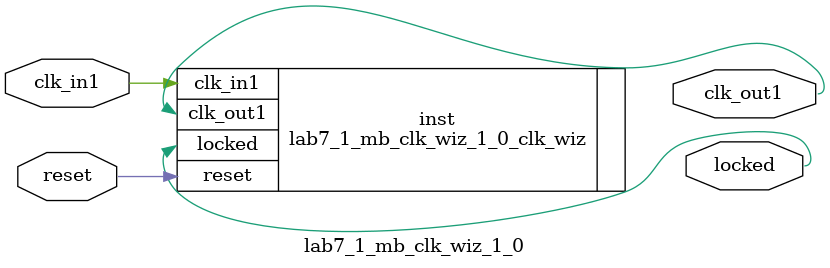
<source format=v>


`timescale 1ps/1ps

(* CORE_GENERATION_INFO = "lab7_1_mb_clk_wiz_1_0,clk_wiz_v6_0_11_0_0,{component_name=lab7_1_mb_clk_wiz_1_0,use_phase_alignment=true,use_min_o_jitter=false,use_max_i_jitter=false,use_dyn_phase_shift=false,use_inclk_switchover=false,use_dyn_reconfig=false,enable_axi=0,feedback_source=FDBK_AUTO,PRIMITIVE=MMCM,num_out_clk=1,clkin1_period=10.000,clkin2_period=10.000,use_power_down=false,use_reset=true,use_locked=true,use_inclk_stopped=false,feedback_type=SINGLE,CLOCK_MGR_TYPE=NA,manual_override=false}" *)

module lab7_1_mb_clk_wiz_1_0 
 (
  // Clock out ports
  output        clk_out1,
  // Status and control signals
  input         reset,
  output        locked,
 // Clock in ports
  input         clk_in1
 );

  lab7_1_mb_clk_wiz_1_0_clk_wiz inst
  (
  // Clock out ports  
  .clk_out1(clk_out1),
  // Status and control signals               
  .reset(reset), 
  .locked(locked),
 // Clock in ports
  .clk_in1(clk_in1)
  );

endmodule

</source>
